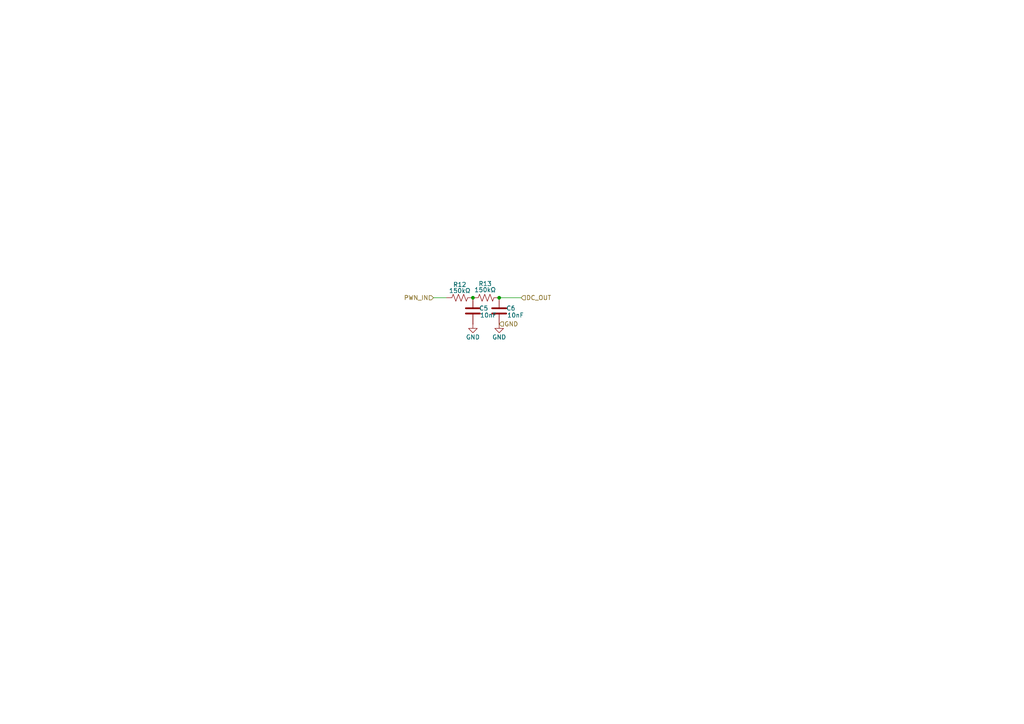
<source format=kicad_sch>
(kicad_sch (version 20231120) (generator "eeschema") (generator_version "8.0")
  (paper "A4")
  (lib_symbols
    (symbol "Device:C" (pin_numbers hide) (pin_names (offset 0.254))
      (property "Reference" "C" (at 0.635 2.54 0))
      (property "Value" "C" (at 0.635 -2.54 0))
      (symbol "C_0_1"
        (polyline (pts (xy -2.032 -0.762) (xy 2.032 -0.762)) (stroke (width 0.508)))
        (polyline (pts (xy -2.032 0.762) (xy 2.032 0.762)) (stroke (width 0.508)))
      )
      (symbol "C_1_1"
        (pin passive line (at 0 3.81 270) (length 2.794) (name "~") (number "1"))
        (pin passive line (at 0 -3.81 90) (length 2.794) (name "~") (number "2"))
      )
    )
    (symbol "Device:R_US" (pin_numbers hide) (pin_names (offset 0))
      (property "Reference" "R" (at 2.54 0 90))
      (property "Value" "R_US" (at -2.54 0 90))
      (symbol "R_US_0_1"
        (polyline (pts (xy 0 -2.286) (xy 0 -2.54)))
        (polyline (pts (xy 0 2.286) (xy 0 2.54)))
        (polyline (pts (xy 0 -0.762) (xy 1.016 -1.143) (xy 0 -1.524) (xy -1.016 -1.905) (xy 0 -2.286)))
        (polyline (pts (xy 0 0.762) (xy 1.016 0.381) (xy 0 0) (xy -1.016 -0.381) (xy 0 -0.762)))
        (polyline (pts (xy 0 2.286) (xy 1.016 1.905) (xy 0 1.524) (xy -1.016 1.143) (xy 0 0.762)))
      )
      (symbol "R_US_1_1"
        (pin passive line (at 0 3.81 270) (length 1.27) (name "~") (number "1"))
        (pin passive line (at 0 -3.81 90) (length 1.27) (name "~") (number "2"))
      )
    )
    (symbol "power:GND" (power) (pin_numbers hide) (pin_names (offset 0) hide)
      (property "Value" "GND" (at 0 -3.81 0))
      (symbol "GND_0_1"
        (polyline (pts (xy 0 0) (xy 0 -1.27) (xy 1.27 -1.27) (xy 0 -2.54) (xy -1.27 -1.27) (xy 0 -1.27)))
      )
      (symbol "GND_1_1"
        (pin power_in line (at 0 0 270) (length 0) (name "~") (number "1"))
      )
    )
  )
  (junction (at 137.16 86.36))
  (junction (at 144.78 86.36))
  (wire (pts (xy 125.73 86.36) (xy 129.54 86.36)))
  (wire (pts (xy 144.78 86.36) (xy 151.13 86.36)))
  (hierarchical_label "DC_OUT" (shape input) (at 151.13 86.36 0))
  (hierarchical_label "GND" (shape input) (at 144.78 93.98 0))
  (hierarchical_label "PWN_IN" (shape input) (at 125.73 86.36 180))
  (symbol (lib_id "Device:C") (at 137.16 90.17 0) (unit 1)
    (property "Reference" "C5" (at 138.938 89.408 0) (effects (justify left)))
    (property "Value" "10nF" (at 139.192 91.44 0) (effects (justify left)))
    (property "Description" "Unpolarized capacitor" (effects (hide yes)))
    (instances (project "Load-emulator" (path "" (reference "C5") (unit 1)) (path "" (reference "C11") (unit 1)) (path "" (reference "C13") (unit 1)) (path "" (reference "C15") (unit 1)) (path "" (reference "C7") (unit 1)) (path "" (reference "C3") (unit 1)) (path "" (reference "C9") (unit 1))))
  )
  (symbol (lib_id "Device:R_US") (at 133.35 86.36 90) (unit 1)
    (property "Reference" "R12" (at 133.35 82.55 90))
    (property "Value" "150kΩ" (at 133.35 84.328 90))
    (property "Description" "Resistor, US symbol" (effects (hide yes)))
    (instances (project "Load-emulator" (path "" (reference "R12") (unit 1)) (path "" (reference "R22") (unit 1)) (path "" (reference "R30") (unit 1)) (path "" (reference "R32") (unit 1)) (path "" (reference "R14") (unit 1)) (path "" (reference "R10") (unit 1)) (path "" (reference "R16") (unit 1))))
  )
  (symbol (lib_id "Device:R_US") (at 140.97 86.36 90) (unit 1)
    (property "Reference" "R13" (at 140.716 82.296 90))
    (property "Value" "150kΩ" (at 140.716 84.074 90))
    (property "Description" "Resistor, US symbol" (effects (hide yes)))
    (instances (project "Load-emulator" (path "" (reference "R13") (unit 1)) (path "" (reference "R23") (unit 1)) (path "" (reference "R31") (unit 1)) (path "" (reference "R33") (unit 1)) (path "" (reference "R15") (unit 1)) (path "" (reference "R11") (unit 1)) (path "" (reference "R17") (unit 1))))
  )
  (symbol (lib_id "power:GND") (at 137.16 93.98 0) (unit 1)
    (property "Reference" "#PWR019" (effects (hide yes)))
    (property "Value" "GND" (at 137.16 97.79 0))
    (property "Description" "Power symbol creates a global label with name \"GND\" , ground" (effects (hide yes)))
    (instances (project "Load-emulator" (path "" (reference "#PWR019") (unit 1)) (path "" (reference "#PWR036") (unit 1)) (path "" (reference "#PWR063") (unit 1)) (path "" (reference "#PWR066") (unit 1)) (path "" (reference "#PWR021") (unit 1)) (path "" (reference "#PWR017") (unit 1)) (path "" (reference "#PWR023") (unit 1))))
  )
  (symbol (lib_id "power:GND") (at 144.78 93.98 0) (unit 1)
    (property "Reference" "#PWR020" (effects (hide yes)))
    (property "Value" "GND" (at 144.78 97.79 0))
    (property "Description" "Power symbol creates a global label with name \"GND\" , ground" (effects (hide yes)))
    (instances (project "Load-emulator" (path "" (reference "#PWR020") (unit 1)) (path "" (reference "#PWR037") (unit 1)) (path "" (reference "#PWR064") (unit 1)) (path "" (reference "#PWR067") (unit 1)) (path "" (reference "#PWR022") (unit 1)) (path "" (reference "#PWR018") (unit 1)) (path "" (reference "#PWR024") (unit 1))))
  )
  (symbol (lib_id "Device:C") (at 144.78 90.17 0) (unit 1)
    (property "Reference" "C6" (at 146.812 89.408 0) (effects (justify left)))
    (property "Value" "10nF" (at 147.066 91.44 0) (effects (justify left)))
    (property "Description" "Unpolarized capacitor" (effects (hide yes)))
    (instances (project "Load-emulator" (path "" (reference "C6") (unit 1)) (path "" (reference "C12") (unit 1)) (path "" (reference "C14") (unit 1)) (path "" (reference "C16") (unit 1)) (path "" (reference "C8") (unit 1)) (path "" (reference "C4") (unit 1)) (path "" (reference "C10") (unit 1))))
  )
)
</source>
